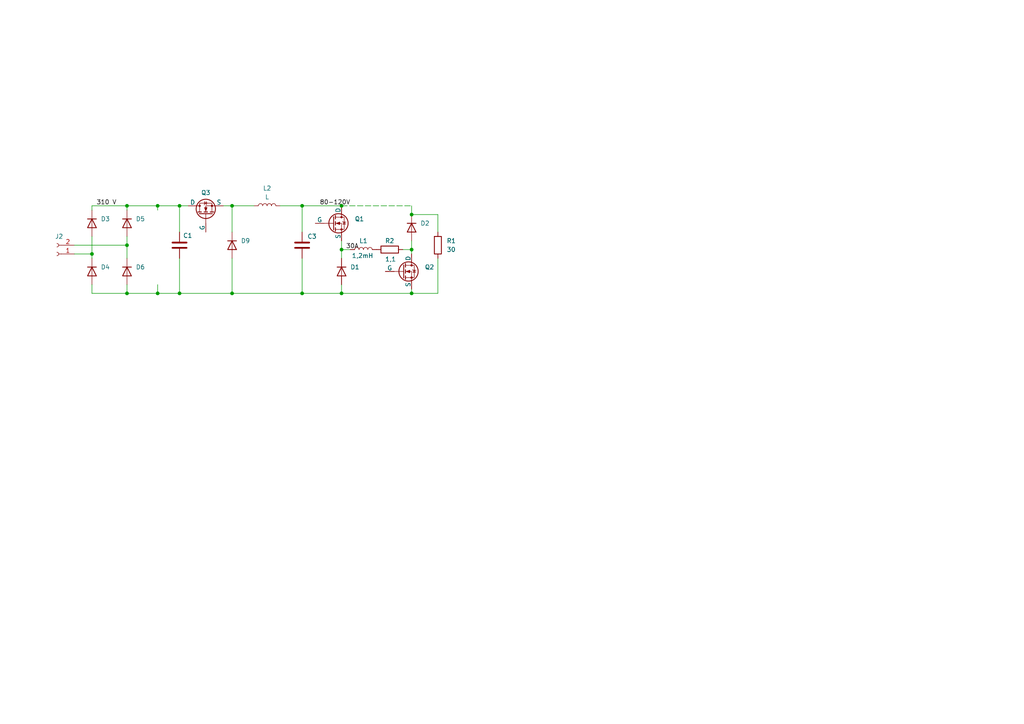
<source format=kicad_sch>
(kicad_sch (version 20231120) (generator "eeschema") (generator_version "8.0")
  (paper "A4")
  (lib_symbols
    (symbol "C_1" (pin_numbers hide) (pin_names (offset 0.254))
      (property "Reference" "C" (at 0.635 2.54 0))
      (property "Value" "C" (at 0.635 -2.54 0))
      (property "Voltage" "1kV" (at 0 -6.35 0))
      (property "Tolerance" "100%" (at 0 -8.89 0))
      (symbol "C_1_0_1"
        (polyline (pts (xy -2.032 -0.762) (xy 2.032 -0.762)) (stroke (width 0.508)))
        (polyline (pts (xy -2.032 0.762) (xy 2.032 0.762)) (stroke (width 0.508)))
      )
      (symbol "C_1_1_1"
        (pin passive line (at 0 3.81 270) (length 2.794) (name "~") (number "1"))
        (pin passive line (at 0 -3.81 90) (length 2.794) (name "~") (number "2"))
      )
    )
    (symbol "Connector:Conn_01x02_Socket" (pin_names (offset 1.016) hide)
      (property "Reference" "J" (at 0 2.54 0))
      (property "Value" "Conn_01x02_Socket" (at 0 -5.08 0))
      (symbol "Conn_01x02_Socket_1_1"
        (arc (start 0 -2.032) (mid -0.5058 -2.54) (end 0 -3.048) (stroke (width 0.1524)))
        (polyline (pts (xy -1.27 -2.54) (xy -0.508 -2.54)) (stroke (width 0.1524)))
        (polyline (pts (xy -1.27 0) (xy -0.508 0)) (stroke (width 0.1524)))
        (arc (start 0 0.508) (mid -0.5058 0) (end 0 -0.508) (stroke (width 0.1524)))
        (pin passive line (at -5.08 0 0) (length 3.81) (name "Pin_1") (number "1"))
        (pin passive line (at -5.08 -2.54 0) (length 3.81) (name "Pin_2") (number "2"))
      )
    )
    (symbol "Device:D" (pin_numbers hide) (pin_names (offset 1.016) hide)
      (property "Reference" "D" (at 0 2.54 0))
      (property "Value" "D" (at 0 -2.54 0))
      (symbol "D_0_1"
        (polyline (pts (xy -1.27 1.27) (xy -1.27 -1.27)) (stroke (width 0.254)))
        (polyline (pts (xy 1.27 0) (xy -1.27 0)))
        (polyline (pts (xy 1.27 1.27) (xy 1.27 -1.27) (xy -1.27 0) (xy 1.27 1.27)) (stroke (width 0.254)))
      )
      (symbol "D_1_1"
        (pin passive line (at -3.81 0 0) (length 2.54) (name "K") (number "1"))
        (pin passive line (at 3.81 0 180) (length 2.54) (name "A") (number "2"))
      )
    )
    (symbol "Device:R" (pin_numbers hide) (pin_names (offset 0))
      (property "Reference" "R" (at 2.032 0 90))
      (property "Value" "R" (at 0 0 90))
      (symbol "R_0_1"
        (rectangle (start -1.016 -2.54) (end 1.016 2.54) (stroke (width 0.254)))
      )
      (symbol "R_1_1"
        (pin passive line (at 0 3.81 270) (length 1.27) (name "~") (number "1"))
        (pin passive line (at 0 -3.81 90) (length 1.27) (name "~") (number "2"))
      )
    )
    (symbol "Simulation_SPICE:NMOS" (pin_numbers hide) (pin_names (offset 0))
      (property "Reference" "Q" (at 5.08 1.27 0))
      (property "Value" "NMOS" (at 5.08 -1.27 0))
      (symbol "NMOS_0_1"
        (polyline (pts (xy 0.254 0) (xy -2.54 0)))
        (polyline (pts (xy 0.254 1.905) (xy 0.254 -1.905)) (stroke (width 0.254)))
        (polyline (pts (xy 0.762 -1.27) (xy 0.762 -2.286)) (stroke (width 0.254)))
        (polyline (pts (xy 0.762 0.508) (xy 0.762 -0.508)) (stroke (width 0.254)))
        (polyline (pts (xy 0.762 2.286) (xy 0.762 1.27)) (stroke (width 0.254)))
        (polyline (pts (xy 2.54 2.54) (xy 2.54 1.778)))
        (polyline (pts (xy 2.54 -2.54) (xy 2.54 0) (xy 0.762 0)))
        (polyline (pts (xy 0.762 -1.778) (xy 3.302 -1.778) (xy 3.302 1.778) (xy 0.762 1.778)))
        (polyline (pts (xy 1.016 0) (xy 2.032 0.381) (xy 2.032 -0.381) (xy 1.016 0)) (fill (type outline)))
        (polyline (pts (xy 2.794 0.508) (xy 2.921 0.381) (xy 3.683 0.381) (xy 3.81 0.254)))
        (polyline (pts (xy 3.302 0.381) (xy 2.921 -0.254) (xy 3.683 -0.254) (xy 3.302 0.381)))
        (circle (center 1.651 0) (radius 2.794) (stroke (width 0.254)))
        (circle (center 2.54 -1.778) (radius 0.254) (fill (type outline)))
        (circle (center 2.54 1.778) (radius 0.254) (fill (type outline)))
      )
      (symbol "NMOS_1_1"
        (pin passive line (at 2.54 5.08 270) (length 2.54) (name "D") (number "1"))
        (pin input line (at -5.08 0 0) (length 2.54) (name "G") (number "2"))
        (pin passive line (at 2.54 -5.08 90) (length 2.54) (name "S") (number "3"))
      )
    )
    (symbol "SparkFun-Capacitor:C" (pin_numbers hide) (pin_names (offset 0.254) hide)
      (property "Reference" "C" (at 0.635 2.54 0))
      (property "Value" "C" (at 0.635 -2.54 0))
      (property "Voltage" "1kV" (at 0 -6.35 0))
      (property "Tolerance" "100%" (at 0 -8.89 0))
      (symbol "C_0_1"
        (polyline (pts (xy -2.032 -0.762) (xy 2.032 -0.762)) (stroke (width 0.508)))
        (polyline (pts (xy -2.032 0.762) (xy 2.032 0.762)) (stroke (width 0.508)))
      )
      (symbol "C_1_1"
        (pin passive line (at 0 3.81 270) (length 2.794) (name "~") (number "1"))
        (pin passive line (at 0 -3.81 90) (length 2.794) (name "~") (number "2"))
      )
    )
    (symbol "SparkFun-Coil:L" (pin_numbers hide) (pin_names (offset 1.016) hide)
      (property "Reference" "L" (at 0 -1.27 0))
      (property "Value" "L" (at 0 1.905 0))
      (symbol "L_0_1"
        (arc (start -1.27 0) (mid -1.905 0.6323) (end -2.54 0))
        (arc (start 0 0) (mid -0.635 0.6323) (end -1.27 0))
        (arc (start 1.27 0) (mid 0.635 0.6323) (end 0 0))
        (arc (start 2.54 0) (mid 1.905 0.6323) (end 1.27 0))
      )
      (symbol "L_1_1"
        (pin passive line (at -3.81 0 0) (length 1.27) (name "1") (number "1"))
        (pin passive line (at 3.81 0 180) (length 1.27) (name "2") (number "2"))
      )
    )
  )
  (junction (at 119.38 85.09))
  (junction (at 87.63 85.09))
  (junction (at 52.07 59.69))
  (junction (at 99.06 59.69))
  (junction (at 36.83 85.09))
  (junction (at 36.83 59.69))
  (junction (at 119.38 72.39))
  (junction (at 52.07 85.09))
  (junction (at 99.06 72.39))
  (junction (at 36.83 71.12))
  (junction (at 45.72 85.09))
  (junction (at 87.63 59.69))
  (junction (at 67.31 59.69))
  (junction (at 67.31 85.09))
  (junction (at 26.67 73.66))
  (junction (at 99.06 85.09))
  (junction (at 119.38 62.23))
  (junction (at 45.72 59.69))
  (wire (pts (xy 67.31 59.69) (xy 73.66 59.69)))
  (wire (pts (xy 21.59 71.12) (xy 36.83 71.12)))
  (wire (pts (xy 67.31 85.09) (xy 52.07 85.09)))
  (wire (pts (xy 116.84 72.39) (xy 119.38 72.39)))
  (wire (pts (xy 67.31 59.69) (xy 67.31 67.31)))
  (wire (pts (xy 26.67 68.58) (xy 26.67 73.66)))
  (wire (pts (xy 99.06 59.69) (xy 119.38 59.69)) (stroke (width 0) (type dash)))
  (wire (pts (xy 52.07 85.09) (xy 45.72 85.09)))
  (wire (pts (xy 119.38 62.23) (xy 127 62.23)))
  (wire (pts (xy 36.83 71.12) (xy 36.83 74.93)))
  (wire (pts (xy 99.06 82.55) (xy 99.06 85.09)))
  (wire (pts (xy 119.38 72.39) (xy 119.38 69.85)))
  (wire (pts (xy 87.63 67.31) (xy 87.63 59.69)))
  (wire (pts (xy 36.83 68.58) (xy 36.83 71.12)))
  (wire (pts (xy 64.77 59.69) (xy 67.31 59.69)))
  (wire (pts (xy 52.07 74.93) (xy 52.07 85.09)))
  (wire (pts (xy 127 62.23) (xy 127 67.31)))
  (wire (pts (xy 52.07 59.69) (xy 52.07 67.31)))
  (wire (pts (xy 119.38 83.82) (xy 119.38 85.09)))
  (wire (pts (xy 26.67 59.69) (xy 26.67 60.96)))
  (wire (pts (xy 45.72 59.69) (xy 45.72 60.96)))
  (wire (pts (xy 99.06 72.39) (xy 99.06 74.93)))
  (wire (pts (xy 45.72 82.55) (xy 45.72 85.09)))
  (wire (pts (xy 87.63 59.69) (xy 99.06 59.69)))
  (wire (pts (xy 99.06 69.85) (xy 99.06 72.39)))
  (wire (pts (xy 119.38 59.69) (xy 119.38 62.23)))
  (wire (pts (xy 119.38 85.09) (xy 127 85.09)))
  (wire (pts (xy 21.59 73.66) (xy 26.67 73.66)))
  (wire (pts (xy 36.83 82.55) (xy 36.83 85.09)))
  (wire (pts (xy 99.06 72.39) (xy 101.6 72.39)))
  (wire (pts (xy 26.67 73.66) (xy 26.67 74.93)))
  (wire (pts (xy 67.31 74.93) (xy 67.31 85.09)))
  (wire (pts (xy 119.38 72.39) (xy 119.38 73.66)))
  (wire (pts (xy 127 74.93) (xy 127 85.09)))
  (wire (pts (xy 36.83 59.69) (xy 26.67 59.69)))
  (wire (pts (xy 45.72 59.69) (xy 52.07 59.69)))
  (wire (pts (xy 45.72 85.09) (xy 36.83 85.09)))
  (wire (pts (xy 52.07 59.69) (xy 54.61 59.69)))
  (wire (pts (xy 36.83 59.69) (xy 36.83 60.96)))
  (wire (pts (xy 81.28 59.69) (xy 87.63 59.69)))
  (wire (pts (xy 45.72 59.69) (xy 36.83 59.69)))
  (wire (pts (xy 99.06 85.09) (xy 119.38 85.09)))
  (wire (pts (xy 87.63 74.93) (xy 87.63 85.09)))
  (wire (pts (xy 36.83 85.09) (xy 26.67 85.09)))
  (wire (pts (xy 87.63 85.09) (xy 67.31 85.09)))
  (wire (pts (xy 26.67 85.09) (xy 26.67 82.55)))
  (wire (pts (xy 87.63 85.09) (xy 99.06 85.09)))
  (label "310 V" (at 27.94 59.69 0))
  (label "80-120V" (at 92.71 59.69 0))
  (label "30A" (at 100.33 72.39 0))
  (symbol (lib_id "Device:D") (at 99.06 78.74 270) (unit 1)
    (property "Reference" "D1" (at 101.6 77.4699 90) (effects (justify left)))
    (property "Value" "D" (effects (hide yes)))
    (property "Description" "Diode" (effects (hide yes)))
    (property "Sim.Device" "D" (effects (hide yes)))
    (property "Sim.Pins" "1=K 2=A" (effects (hide yes)))
  )
  (symbol (lib_id "Device:D") (at 67.31 71.12 270) (unit 1)
    (property "Reference" "D9" (at 69.85 69.8499 90) (effects (justify left)))
    (property "Value" "D" (effects (hide yes)))
    (property "Description" "Diode" (effects (hide yes)))
    (property "Sim.Device" "D" (effects (hide yes)))
    (property "Sim.Pins" "1=K 2=A" (effects (hide yes)))
  )
  (symbol (lib_id "Device:R") (at 113.03 72.39 90) (unit 1)
    (property "Reference" "R2" (at 113.03 69.85 90))
    (property "Value" "1,1" (at 113.284 75.184 90))
    (property "Description" "Resistor" (effects (hide yes)))
  )
  (symbol (lib_id "Simulation_SPICE:NMOS") (at 59.69 62.23 90) (unit 1)
    (property "Reference" "Q3" (at 59.69 55.88 90))
    (property "Value" "NMOS" (effects (hide yes)))
    (property "Datasheet" "https://ngspice.sourceforge.io/docs/ngspice-html-manual/manual.xhtml#cha_MOSFETs" (effects (hide yes)))
    (property "Description" "N-MOSFET transistor, drain/source/gate" (effects (hide yes)))
    (property "Sim.Device" "NMOS" (effects (hide yes)))
    (property "Sim.Type" "VDMOS" (effects (hide yes)))
    (property "Sim.Pins" "1=D 2=G 3=S" (effects (hide yes)))
  )
  (symbol (lib_id "Device:R") (at 127 71.12 0) (unit 1)
    (property "Reference" "R1" (at 129.54 69.8499 0) (effects (justify left)))
    (property "Value" "30" (at 129.54 72.3899 0) (effects (justify left)))
    (property "Description" "Resistor" (effects (hide yes)))
  )
  (symbol (lib_id "Simulation_SPICE:NMOS") (at 96.52 64.77 0) (unit 1)
    (property "Reference" "Q1" (at 102.87 63.4999 0) (effects (justify left)))
    (property "Value" "NMOS" (effects (hide yes)))
    (property "Datasheet" "https://ngspice.sourceforge.io/docs/ngspice-html-manual/manual.xhtml#cha_MOSFETs" (effects (hide yes)))
    (property "Description" "N-MOSFET transistor, drain/source/gate" (effects (hide yes)))
    (property "Sim.Device" "NMOS" (effects (hide yes)))
    (property "Sim.Type" "VDMOS" (effects (hide yes)))
    (property "Sim.Pins" "1=D 2=G 3=S" (effects (hide yes)))
  )
  (symbol (lib_id "Device:D") (at 26.67 78.74 270) (unit 1)
    (property "Reference" "D4" (at 29.21 77.4699 90) (effects (justify left)))
    (property "Value" "D" (effects (hide yes)))
    (property "Description" "Diode" (effects (hide yes)))
    (property "Sim.Device" "D" (effects (hide yes)))
    (property "Sim.Pins" "1=K 2=A" (effects (hide yes)))
  )
  (symbol (lib_id "Connector:Conn_01x02_Socket") (at 16.51 73.66 180) (unit 1)
    (property "Reference" "J2" (at 17.145 68.58 0))
    (property "Description" "Generic connector, single row, 01x02, script generated" (effects (hide yes)))
  )
  (symbol (lib_name "C_1") (lib_id "SparkFun-Capacitor:C") (at 52.07 71.12 0) (unit 1)
    (property "Reference" "C1" (at 53.086 68.326 0) (effects (justify left)))
    (property "Value" "C" (effects (hide yes)))
    (property "Footprint" "SparkFun-Capacitor:C_0603_1608Metric" (effects (hide yes)))
    (property "Datasheet" "https://cdn.sparkfun.com/assets/8/a/4/a/5/Kemet_Capacitor_Datasheet.pdf" (effects (hide yes)))
    (property "Description" "Unpolarized capacitor" (effects (hide yes)))
    (property "PROD_ID" "CAP-00000" (effects (hide yes)))
    (property "Voltage" "1kV" (effects (hide yes)))
    (property "Tolerance" "100%" (effects (hide yes)))
  )
  (symbol (lib_id "SparkFun-Coil:L") (at 105.41 72.39 0) (unit 1)
    (property "Reference" "L1" (at 105.41 69.85 0))
    (property "Value" "1,2mH" (at 105.156 74.168 0))
    (property "Footprint" "SparkFun-Capacitor:C_0805_2012Metric" (effects (hide yes)))
    (property "Description" "Inductor" (effects (hide yes)))
    (property "PROD_ID" "NDUC-" (effects (hide yes)))
  )
  (symbol (lib_id "SparkFun-Capacitor:C") (at 87.63 71.12 0) (unit 1)
    (property "Reference" "C3" (at 89.154 68.58 0) (effects (justify left)))
    (property "Value" "C" (effects (hide yes)))
    (property "Footprint" "SparkFun-Capacitor:C_0603_1608Metric" (effects (hide yes)))
    (property "Datasheet" "https://cdn.sparkfun.com/assets/8/a/4/a/5/Kemet_Capacitor_Datasheet.pdf" (effects (hide yes)))
    (property "Description" "Unpolarized capacitor" (effects (hide yes)))
    (property "PROD_ID" "CAP-00000" (effects (hide yes)))
    (property "Voltage" "1kV" (effects (hide yes)))
    (property "Tolerance" "100%" (effects (hide yes)))
  )
  (symbol (lib_id "Device:D") (at 26.67 64.77 270) (unit 1)
    (property "Reference" "D3" (at 29.21 63.4999 90) (effects (justify left)))
    (property "Value" "D" (effects (hide yes)))
    (property "Description" "Diode" (effects (hide yes)))
    (property "Sim.Device" "D" (effects (hide yes)))
    (property "Sim.Pins" "1=K 2=A" (effects (hide yes)))
  )
  (symbol (lib_id "Simulation_SPICE:NMOS") (at 116.84 78.74 0) (unit 1)
    (property "Reference" "Q2" (at 123.19 77.4699 0) (effects (justify left)))
    (property "Value" "NMOS" (effects (hide yes)))
    (property "Datasheet" "https://ngspice.sourceforge.io/docs/ngspice-html-manual/manual.xhtml#cha_MOSFETs" (effects (hide yes)))
    (property "Description" "N-MOSFET transistor, drain/source/gate" (effects (hide yes)))
    (property "Sim.Device" "NMOS" (effects (hide yes)))
    (property "Sim.Type" "VDMOS" (effects (hide yes)))
    (property "Sim.Pins" "1=D 2=G 3=S" (effects (hide yes)))
  )
  (symbol (lib_id "Device:D") (at 36.83 64.77 270) (unit 1)
    (property "Reference" "D5" (at 39.37 63.4999 90) (effects (justify left)))
    (property "Value" "D" (effects (hide yes)))
    (property "Description" "Diode" (effects (hide yes)))
    (property "Sim.Device" "D" (effects (hide yes)))
    (property "Sim.Pins" "1=K 2=A" (effects (hide yes)))
  )
  (symbol (lib_id "SparkFun-Coil:L") (at 77.47 59.69 0) (unit 1)
    (property "Reference" "L2" (at 77.47 54.61 0))
    (property "Value" "L" (at 77.47 57.15 0))
    (property "Footprint" "SparkFun-Capacitor:C_0805_2012Metric" (effects (hide yes)))
    (property "Description" "Inductor" (effects (hide yes)))
    (property "PROD_ID" "NDUC-" (effects (hide yes)))
  )
  (symbol (lib_id "Device:D") (at 119.38 66.04 270) (unit 1)
    (property "Reference" "D2" (at 121.92 64.7699 90) (effects (justify left)))
    (property "Value" "D" (effects (hide yes)))
    (property "Description" "Diode" (effects (hide yes)))
    (property "Sim.Device" "D" (effects (hide yes)))
    (property "Sim.Pins" "1=K 2=A" (effects (hide yes)))
  )
  (symbol (lib_id "Device:D") (at 36.83 78.74 270) (unit 1)
    (property "Reference" "D6" (at 39.37 77.4699 90) (effects (justify left)))
    (property "Value" "D" (effects (hide yes)))
    (property "Description" "Diode" (effects (hide yes)))
    (property "Sim.Device" "D" (effects (hide yes)))
    (property "Sim.Pins" "1=K 2=A" (effects (hide yes)))
  )
)
</source>
